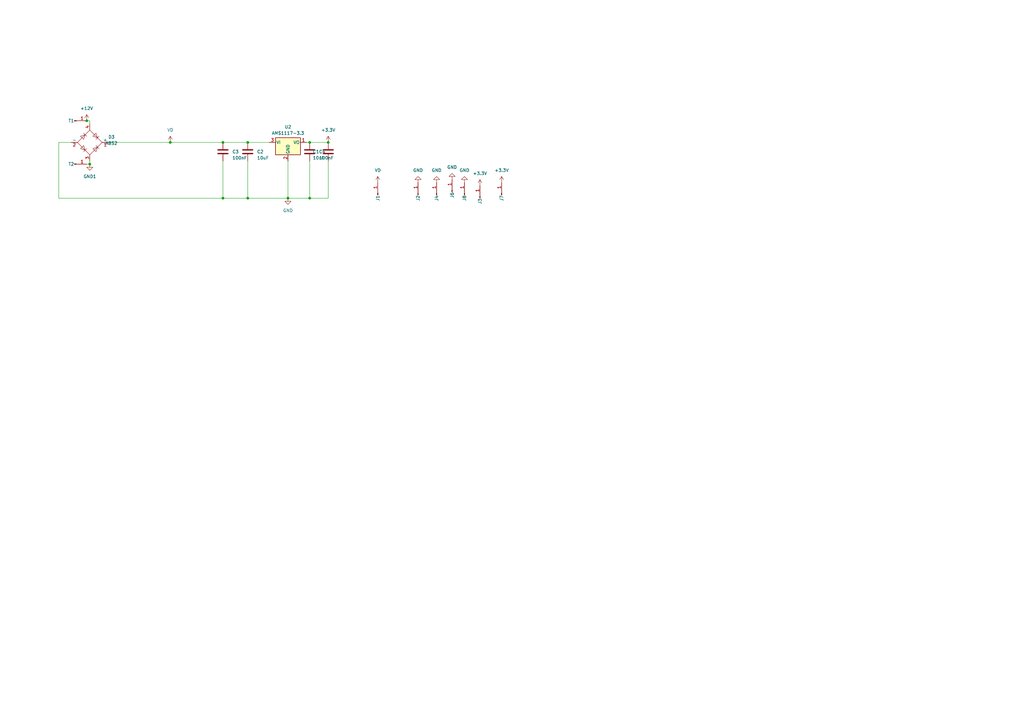
<source format=kicad_sch>
(kicad_sch (version 20230121) (generator eeschema)
  (paper "A3")
  (lib_symbols
    (symbol "Connector:Conn_01x01_Pin" (pin_names (offset 1.016) hide)
      (property "Reference" "J" (at 0 2.54 0))
      (property "Value" "Conn_01x01_Pin" (at 0 -2.54 0))
      (symbol "Conn_01x01_Pin_1_1"
        (polyline (pts (xy 1.27 0) (xy 0.8636 0)) (stroke (width 0.1524)))
        (rectangle (start 0.8636 0.127) (end 0 -0.127) (stroke (width 0.1524)) (fill (type outline)))
        (pin passive line (at 5.08 0 180) (length 3.81) (name "Pin_1") (number "1"))
      )
    )
    (symbol "Device:C" (pin_numbers hide) (pin_names (offset 0.254))
      (property "Reference" "C" (at 0.635 2.54 0))
      (property "Value" "C" (at 0.635 -2.54 0))
      (symbol "C_0_1"
        (polyline (pts (xy -2.032 -0.762) (xy 2.032 -0.762)) (stroke (width 0.508)))
        (polyline (pts (xy -2.032 0.762) (xy 2.032 0.762)) (stroke (width 0.508)))
      )
      (symbol "C_1_1"
        (pin passive line (at 0 3.81 270) (length 2.794) (name "~") (number "1"))
        (pin passive line (at 0 -3.81 90) (length 2.794) (name "~") (number "2"))
      )
    )
    (symbol "Diode_Bridge:ABS2" (pin_names (offset 0))
      (property "Reference" "D" (at 2.54 6.985 0))
      (property "Value" "ABS2" (at 2.54 5.08 0))
      (symbol "ABS2_0_1"
        (polyline (pts (xy -2.54 3.81) (xy -1.27 2.54)))
        (polyline (pts (xy -1.27 -2.54) (xy -2.54 -3.81)))
        (polyline (pts (xy 2.54 -1.27) (xy 3.81 -2.54)))
        (polyline (pts (xy 2.54 1.27) (xy 3.81 2.54)))
        (polyline (pts (xy -3.81 2.54) (xy -2.54 1.27) (xy -1.905 3.175) (xy -3.81 2.54)))
        (polyline (pts (xy -2.54 -1.27) (xy -3.81 -2.54) (xy -1.905 -3.175) (xy -2.54 -1.27)))
        (polyline (pts (xy 1.27 2.54) (xy 2.54 3.81) (xy 3.175 1.905) (xy 1.27 2.54)))
        (polyline (pts (xy 3.175 -1.905) (xy 1.27 -2.54) (xy 2.54 -3.81) (xy 3.175 -1.905)))
        (polyline (pts (xy -5.08 0) (xy 0 -5.08) (xy 5.08 0) (xy 0 5.08) (xy -5.08 0)))
      )
      (symbol "ABS2_1_1"
        (pin passive line (at 7.62 0 180) (length 2.54) (name "+") (number "1"))
        (pin passive line (at -7.62 0 0) (length 2.54) (name "-") (number "2"))
        (pin passive line (at 0 -7.62 90) (length 2.54) (name "~") (number "3"))
        (pin passive line (at 0 7.62 270) (length 2.54) (name "~") (number "4"))
      )
    )
    (symbol "RP2040-Decoder_Additional_Symbols:AP7381-33Y-13" (pin_names (offset 0.254))
      (property "Reference" "U" (at -3.81 3.175 0))
      (property "Value" "AP7381-33Y-13" (at 0 3.175 0))
      (symbol "AP7381-33Y-13_0_1"
        (rectangle (start -5.08 1.905) (end 5.08 -5.08) (stroke (width 0.254)) (fill (type background)))
      )
      (symbol "AP7381-33Y-13_1_1"
        (pin power_out line (at 7.62 0 180) (length 2.54) (name "VO") (number "1"))
        (pin power_in line (at 0 -7.62 90) (length 2.54) (name "GND") (number "2"))
        (pin power_in line (at -7.62 0 0) (length 2.54) (name "VI") (number "3"))
      )
    )
    (symbol "power:+12V" (power) (pin_names (offset 0))
      (property "Value" "+12V" (at 0 3.556 0))
      (symbol "+12V_0_1"
        (polyline (pts (xy -0.762 1.27) (xy 0 2.54)))
        (polyline (pts (xy 0 0) (xy 0 2.54)))
        (polyline (pts (xy 0 2.54) (xy 0.762 1.27)))
      )
      (symbol "+12V_1_1"
        (pin power_in line (at 0 0 90) (length 0) hide (name "+12V") (number "1"))
      )
    )
    (symbol "power:+3.3V" (power) (pin_names (offset 0))
      (property "Value" "+3.3V" (at 0 3.556 0))
      (symbol "+3.3V_0_1"
        (polyline (pts (xy -0.762 1.27) (xy 0 2.54)))
        (polyline (pts (xy 0 0) (xy 0 2.54)))
        (polyline (pts (xy 0 2.54) (xy 0.762 1.27)))
      )
      (symbol "+3.3V_1_1"
        (pin power_in line (at 0 0 90) (length 0) hide (name "+3.3V") (number "1"))
      )
    )
    (symbol "power:GND" (power) (pin_names (offset 0))
      (property "Value" "GND" (at 0 -3.81 0))
      (symbol "GND_0_1"
        (polyline (pts (xy 0 0) (xy 0 -1.27) (xy 1.27 -1.27) (xy 0 -2.54) (xy -1.27 -1.27) (xy 0 -1.27)))
      )
      (symbol "GND_1_1"
        (pin power_in line (at 0 0 270) (length 0) hide (name "GND") (number "1"))
      )
    )
    (symbol "power:GND1" (power) (pin_names (offset 0))
      (property "Value" "GND1" (at 0 -3.81 0))
      (symbol "GND1_0_1"
        (polyline (pts (xy 0 0) (xy 0 -1.27) (xy 1.27 -1.27) (xy 0 -2.54) (xy -1.27 -1.27) (xy 0 -1.27)))
      )
      (symbol "GND1_1_1"
        (pin power_in line (at 0 0 270) (length 0) hide (name "GND1") (number "1"))
      )
    )
    (symbol "power:VD" (power) (pin_names (offset 0))
      (property "Value" "VD" (at 0 3.81 0))
      (symbol "VD_0_1"
        (polyline (pts (xy -0.762 1.27) (xy 0 2.54)))
        (polyline (pts (xy 0 0) (xy 0 2.54)))
        (polyline (pts (xy 0 2.54) (xy 0.762 1.27)))
      )
      (symbol "VD_1_1"
        (pin power_in line (at 0 0 90) (length 0) hide (name "VD") (number "1"))
      )
    )
  )
  (junction (at 101.6 81.28))
  (junction (at 36.83 67.31))
  (junction (at 91.44 81.28))
  (junction (at 127 81.28))
  (junction (at 118.11 81.28))
  (junction (at 127 58.42))
  (junction (at 35.56 49.53))
  (junction (at 134.62 58.42))
  (junction (at 101.6 58.42))
  (junction (at 69.85 58.42))
  (junction (at 91.44 58.42))
  (wire (pts (xy 36.83 49.53) (xy 36.83 50.8)))
  (wire (pts (xy 118.11 81.28) (xy 127 81.28)))
  (wire (pts (xy 91.44 66.04) (xy 91.44 81.28)))
  (wire (pts (xy 101.6 66.04) (xy 101.6 81.28)))
  (wire (pts (xy 127 81.28) (xy 134.62 81.28)))
  (wire (pts (xy 134.62 58.42) (xy 127 58.42)))
  (wire (pts (xy 69.85 58.42) (xy 91.44 58.42)))
  (wire (pts (xy 24.13 81.28) (xy 24.13 58.42)))
  (wire (pts (xy 134.62 66.04) (xy 134.62 81.28)))
  (wire (pts (xy 127 58.42) (xy 125.73 58.42)))
  (wire (pts (xy 36.83 67.31) (xy 36.83 66.04)))
  (wire (pts (xy 35.56 49.53) (xy 36.83 49.53)))
  (wire (pts (xy 101.6 81.28) (xy 118.11 81.28)))
  (wire (pts (xy 91.44 58.42) (xy 101.6 58.42)))
  (wire (pts (xy 35.56 67.31) (xy 36.83 67.31)))
  (wire (pts (xy 24.13 81.28) (xy 91.44 81.28)))
  (wire (pts (xy 24.13 58.42) (xy 29.21 58.42)))
  (wire (pts (xy 127 66.04) (xy 127 81.28)))
  (wire (pts (xy 110.49 58.42) (xy 101.6 58.42)))
  (wire (pts (xy 44.45 58.42) (xy 69.85 58.42)))
  (wire (pts (xy 91.44 81.28) (xy 101.6 81.28)))
  (wire (pts (xy 118.11 66.04) (xy 118.11 81.28)))
  (symbol (lib_id "RP2040-Decoder_Additional_Symbols:AP7381-33Y-13") (at 118.11 58.42 0) (unit 1)
    (property "Reference" "U2" (at 118.11 52.07 0))
    (property "Value" "AMS1117-3.3" (at 118.11 54.61 0))
    (property "Footprint" "Package_TO_SOT_SMD:SOT-89-3" (effects hide))
    (property "Datasheet" "http://www.advanced-monolithic.com/pdf/ds1117.pdf" (effects hide))
    (property "LCSC" "C347256" (effects hide))
  )
  (symbol (lib_id "Connector:Conn_01x01_Pin") (at 30.48 67.31 0) (unit 1)
    (property "Reference" "T2" (at 29.21 67.31 0))
    (property "Value" "T2" (effects hide))
    (property "Footprint" "TestPoint:TestPoint_THTPad_1.5x1.5mm_Drill0.7mm" (effects hide))
  )
  (symbol (lib_id "Device:C") (at 127 62.23 0) (unit 1)
    (property "Reference" "C4" (at 130.81 62.23 0) (effects (justify left)))
    (property "Value" "100nF" (at 130.81 64.77 0) (effects (justify left)))
    (property "Footprint" "Capacitor_SMD:C_0603_1608Metric" (effects hide))
  )
  (symbol (lib_id "Connector:Conn_01x01_Pin") (at 179.07 80.01 90) (unit 1)
    (property "Reference" "J4" (at 179.07 81.28 0))
    (property "Value" "G" (effects hide))
    (property "Footprint" "TestPoint:TestPoint_THTPad_1.5x1.5mm_Drill0.7mm" (effects hide))
  )
  (symbol (lib_id "power:GND") (at 118.11 81.28 0) (unit 1)
    (property "Reference" "#PWR01" (effects hide))
    (property "Value" "GND" (at 118.11 86.36 0))
  )
  (symbol (lib_id "Connector:Conn_01x01_Pin") (at 171.45 80.01 90) (unit 1)
    (property "Reference" "J2" (at 171.45 81.28 0))
    (property "Value" "G" (effects hide))
    (property "Footprint" "TestPoint:TestPoint_THTPad_1.5x1.5mm_Drill0.7mm" (effects hide))
  )
  (symbol (lib_id "power:VD") (at 154.94 74.93 0) (unit 1)
    (property "Reference" "#PWR05" (effects hide))
    (property "Value" "VD" (at 154.94 69.85 0))
  )
  (symbol (lib_id "Device:C") (at 101.6 62.23 0) (unit 1)
    (property "Reference" "C2" (at 105.41 62.23 0) (effects (justify left)))
    (property "Value" "10uF" (at 105.41 64.77 0) (effects (justify left)))
    (property "Footprint" "Capacitor_SMD:C_0603_1608Metric" (effects hide))
  )
  (symbol (lib_id "Device:C") (at 134.62 62.23 0) (unit 1)
    (property "Reference" "C1" (at 128.27 62.23 0) (effects (justify left)))
    (property "Value" "10uF" (at 128.27 64.77 0) (effects (justify left)))
    (property "Footprint" "Capacitor_SMD:C_0603_1608Metric" (effects hide))
  )
  (symbol (lib_id "power:GND1") (at 36.83 67.31 0) (unit 1)
    (property "Reference" "#PWR013" (effects hide))
    (property "Value" "GND1" (at 36.83 72.39 0))
  )
  (symbol (lib_id "power:GND") (at 185.42 73.66 0) (mirror x) (unit 1)
    (property "Reference" "#PWR07" (effects hide))
    (property "Value" "GND" (at 185.42 68.58 0))
  )
  (symbol (lib_id "power:+3.3V") (at 205.74 74.93 0) (unit 1)
    (property "Reference" "#PWR010" (effects hide))
    (property "Value" "+3.3V" (at 205.74 69.85 0))
  )
  (symbol (lib_id "power:GND") (at 171.45 74.93 0) (mirror x) (unit 1)
    (property "Reference" "#PWR03" (effects hide))
    (property "Value" "GND" (at 171.45 69.85 0))
  )
  (symbol (lib_id "Connector:Conn_01x01_Pin") (at 190.5 80.01 90) (unit 1)
    (property "Reference" "J8" (at 190.5 81.28 0))
    (property "Value" "G" (effects hide))
    (property "Footprint" "TestPoint:TestPoint_THTPad_1.5x1.5mm_Drill0.7mm" (effects hide))
  )
  (symbol (lib_id "power:+3.3V") (at 134.62 58.42 0) (unit 1)
    (property "Reference" "#PWR08" (effects hide))
    (property "Value" "+3.3V" (at 134.62 53.34 0))
  )
  (symbol (lib_id "Diode_Bridge:ABS2") (at 36.83 58.42 0) (unit 1)
    (property "Reference" "D3" (at 45.72 56.2041 0))
    (property "Value" "ABS2" (at 45.72 58.7441 0))
    (property "Footprint" "Diode_SMD:Diode_Bridge_Diotec_ABS" (effects hide))
    (property "Datasheet" "https://diotec.com/tl_files/diotec/files/pdf/datasheets/abs2.pdf" (effects hide))
  )
  (symbol (lib_id "Connector:Conn_01x01_Pin") (at 205.74 80.01 270) (mirror x) (unit 1)
    (property "Reference" "J7" (at 205.74 81.28 0))
    (property "Value" "3" (effects hide))
    (property "Footprint" "TestPoint:TestPoint_THTPad_1.5x1.5mm_Drill0.7mm" (effects hide))
  )
  (symbol (lib_id "Connector:Conn_01x01_Pin") (at 185.42 78.74 90) (unit 1)
    (property "Reference" "J6" (at 185.42 80.01 0))
    (property "Value" "G" (effects hide))
    (property "Footprint" "TestPoint:TestPoint_THTPad_1.5x1.5mm_Drill0.7mm" (effects hide))
  )
  (symbol (lib_id "power:+12V") (at 35.56 49.53 0) (unit 1)
    (property "Reference" "#PWR012" (effects hide))
    (property "Value" "+12V" (at 35.56 44.45 0))
  )
  (symbol (lib_id "Device:C") (at 91.44 62.23 0) (unit 1)
    (property "Reference" "C3" (at 95.25 62.23 0) (effects (justify left)))
    (property "Value" "100nF" (at 95.25 64.77 0) (effects (justify left)))
    (property "Footprint" "Capacitor_SMD:C_0603_1608Metric" (effects hide))
  )
  (symbol (lib_id "Connector:Conn_01x01_Pin") (at 196.85 81.28 270) (mirror x) (unit 1)
    (property "Reference" "J3" (at 196.85 82.55 0))
    (property "Value" "3" (effects hide))
    (property "Footprint" "TestPoint:TestPoint_THTPad_1.5x1.5mm_Drill0.7mm" (effects hide))
  )
  (symbol (lib_id "power:GND") (at 179.07 74.93 0) (mirror x) (unit 1)
    (property "Reference" "#PWR02" (effects hide))
    (property "Value" "GND" (at 179.07 69.85 0))
  )
  (symbol (lib_id "power:VD") (at 69.85 58.42 0) (unit 1)
    (property "Reference" "#PWR04" (effects hide))
    (property "Value" "VD" (at 69.85 53.34 0))
  )
  (symbol (lib_id "power:+3.3V") (at 196.85 76.2 0) (unit 1)
    (property "Reference" "#PWR09" (effects hide))
    (property "Value" "+3.3V" (at 196.85 71.12 0))
  )
  (symbol (lib_id "power:GND") (at 190.5 74.93 0) (mirror x) (unit 1)
    (property "Reference" "#PWR011" (effects hide))
    (property "Value" "GND" (at 190.5 69.85 0))
  )
  (symbol (lib_id "Connector:Conn_01x01_Pin") (at 154.94 80.01 270) (mirror x) (unit 1)
    (property "Reference" "J1" (at 154.94 81.28 0))
    (property "Value" "12" (effects hide))
    (property "Footprint" "TestPoint:TestPoint_THTPad_1.5x1.5mm_Drill0.7mm" (effects hide))
  )
  (symbol (lib_id "Connector:Conn_01x01_Pin") (at 30.48 49.53 0) (unit 1)
    (property "Reference" "T1" (at 29.21 49.53 0))
    (property "Value" "T1" (effects hide))
    (property "Footprint" "TestPoint:TestPoint_THTPad_1.5x1.5mm_Drill0.7mm" (effects hide))
  )
)
</source>
